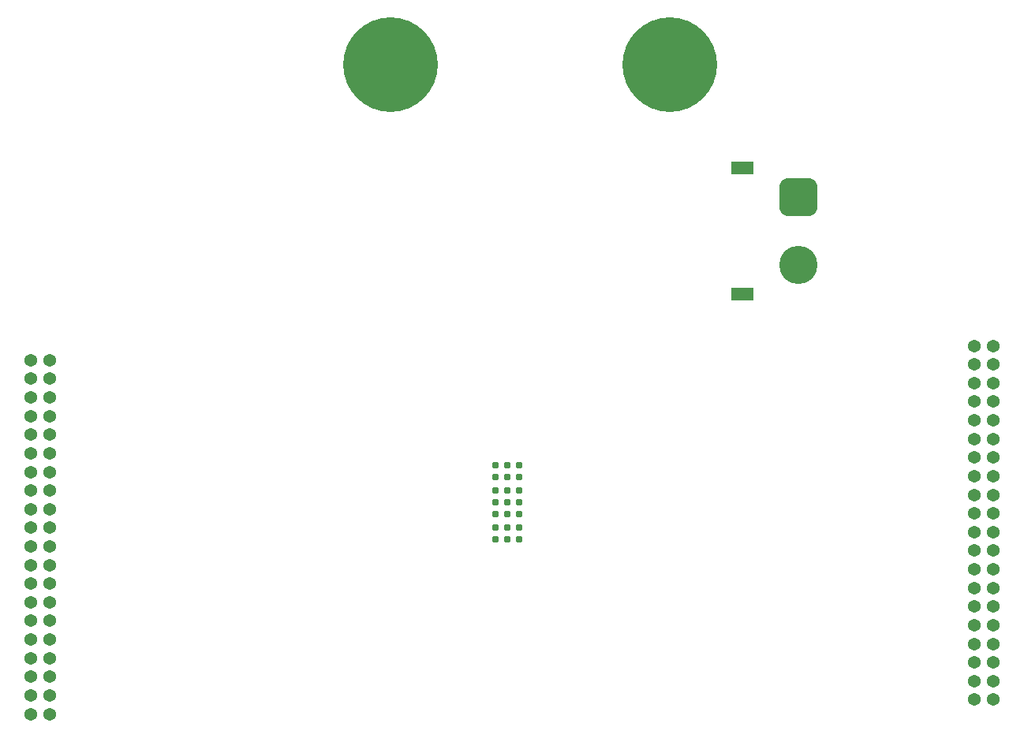
<source format=gbr>
%TF.GenerationSoftware,KiCad,Pcbnew,7.0.7*%
%TF.CreationDate,2024-02-25T13:36:01-08:00*%
%TF.ProjectId,Power-board,506f7765-722d-4626-9f61-72642e6b6963,rev?*%
%TF.SameCoordinates,Original*%
%TF.FileFunction,Soldermask,Bot*%
%TF.FilePolarity,Negative*%
%FSLAX46Y46*%
G04 Gerber Fmt 4.6, Leading zero omitted, Abs format (unit mm)*
G04 Created by KiCad (PCBNEW 7.0.7) date 2024-02-25 13:36:01*
%MOMM*%
%LPD*%
G01*
G04 APERTURE LIST*
G04 Aperture macros list*
%AMRoundRect*
0 Rectangle with rounded corners*
0 $1 Rounding radius*
0 $2 $3 $4 $5 $6 $7 $8 $9 X,Y pos of 4 corners*
0 Add a 4 corners polygon primitive as box body*
4,1,4,$2,$3,$4,$5,$6,$7,$8,$9,$2,$3,0*
0 Add four circle primitives for the rounded corners*
1,1,$1+$1,$2,$3*
1,1,$1+$1,$4,$5*
1,1,$1+$1,$6,$7*
1,1,$1+$1,$8,$9*
0 Add four rect primitives between the rounded corners*
20,1,$1+$1,$2,$3,$4,$5,0*
20,1,$1+$1,$4,$5,$6,$7,0*
20,1,$1+$1,$6,$7,$8,$9,0*
20,1,$1+$1,$8,$9,$2,$3,0*%
G04 Aperture macros list end*
%ADD10C,0.780000*%
%ADD11C,1.371600*%
%ADD12R,2.340000X1.330000*%
%ADD13R,2.450000X1.380000*%
%ADD14RoundRect,1.025000X1.025000X-1.025000X1.025000X1.025000X-1.025000X1.025000X-1.025000X-1.025000X0*%
%ADD15C,4.100000*%
%ADD16C,10.160000*%
G04 APERTURE END LIST*
D10*
%TO.C,U3*%
X120615000Y-80795100D03*
X120615000Y-82095100D03*
X120615000Y-83495100D03*
X120615000Y-84795100D03*
X120615000Y-86095100D03*
X120615003Y-87495100D03*
X120615003Y-88795100D03*
X121915000Y-82095100D03*
X121915003Y-80795100D03*
X121915003Y-83495100D03*
X121915003Y-84795100D03*
X121915003Y-86095100D03*
X121915003Y-87495100D03*
X121915005Y-88795100D03*
X123215000Y-80795100D03*
X123215000Y-82095100D03*
X123215000Y-83495100D03*
X123215000Y-84795100D03*
X123215000Y-86095100D03*
X123215002Y-87495100D03*
X123215002Y-88795100D03*
%TD*%
D11*
%TO.C,J1*%
X70780000Y-69536931D03*
X72780000Y-69536931D03*
X70780000Y-71536931D03*
X72780000Y-71536931D03*
X70780000Y-73536931D03*
X72780000Y-73536931D03*
X70780000Y-75536931D03*
X72780000Y-75536931D03*
X70780000Y-77536931D03*
X72780000Y-77536931D03*
X70780000Y-79536931D03*
X72780000Y-79536931D03*
X70780000Y-81536931D03*
X72780000Y-81536931D03*
X70780000Y-83536931D03*
X72780000Y-83536931D03*
X70780000Y-85536931D03*
X72780000Y-85536931D03*
X70780000Y-87536931D03*
X72780000Y-87536931D03*
X70780000Y-89536931D03*
X72780000Y-89536931D03*
X70780000Y-91536931D03*
X72780000Y-91536931D03*
X70780000Y-93536931D03*
X72780000Y-93536931D03*
X70780000Y-95536931D03*
X72780000Y-95536931D03*
X70780000Y-97536931D03*
X72780000Y-97536931D03*
X70780000Y-99536931D03*
X72780000Y-99536931D03*
X70780000Y-101536831D03*
X72780000Y-101536831D03*
X70780000Y-103536831D03*
X72780000Y-103536831D03*
X70780000Y-105536831D03*
X72780000Y-105536831D03*
X70780000Y-107536831D03*
X72780000Y-107536831D03*
X172050000Y-68000100D03*
X174050000Y-68000100D03*
X172050000Y-70000100D03*
X174050000Y-70000100D03*
X172050000Y-72000100D03*
X174050000Y-72000100D03*
X172050000Y-74000100D03*
X174050000Y-74000100D03*
X172050000Y-76000000D03*
X174050000Y-76000000D03*
X172050000Y-78000000D03*
X174050000Y-78000000D03*
X172050000Y-80000000D03*
X174050000Y-80000000D03*
X172050000Y-82000000D03*
X174050000Y-82000000D03*
X172050000Y-84000000D03*
X174050000Y-84000000D03*
X172050000Y-86000000D03*
X174050000Y-86000000D03*
X172050000Y-88000000D03*
X174050000Y-88000000D03*
X172050000Y-90000000D03*
X174050000Y-90000000D03*
X172050000Y-92000000D03*
X174050000Y-92000000D03*
X172050000Y-94000000D03*
X174050000Y-94000000D03*
X172050000Y-96000000D03*
X174050000Y-96000000D03*
X172050000Y-98000000D03*
X174050000Y-98000000D03*
X172050000Y-100000000D03*
X174050000Y-100000000D03*
X172050000Y-102000000D03*
X174050000Y-102000000D03*
X172050000Y-104000000D03*
X174050000Y-104000000D03*
X172050000Y-106000000D03*
X174050000Y-106000000D03*
%TD*%
D12*
%TO.C,J8*%
X147152000Y-62415000D03*
D13*
X147157000Y-48910000D03*
D14*
X153162000Y-52070000D03*
D15*
X153162000Y-59270000D03*
%TD*%
D16*
%TO.C,J5*%
X139350000Y-37782000D03*
X109380000Y-37782000D03*
%TD*%
M02*

</source>
